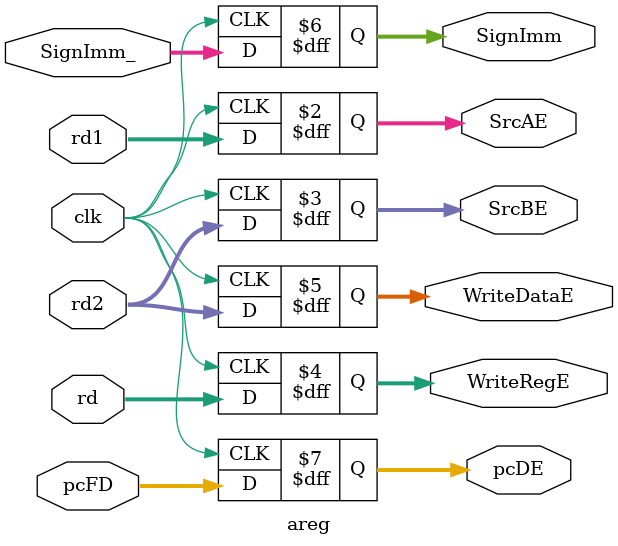
<source format=v>
module areg(input clk, 
            input [31:0] pcFD,
            input [31:0] rd1, rd2,
            input [4:0] rd,
            input [31:0] SignImm_,
            output reg [31:0] SrcAE, SrcBE,
            output reg [4:0] WriteRegE,
            output reg [31:0] WriteDataE,
            output reg [31:0] SignImm,
            output reg [31:0] pcDE);

always @ (posedge clk)
begin
    SrcAE <= rd1;
    SrcBE <= rd2;
    WriteRegE <= rd;
    WriteDataE <= rd2;
    SignImm <= SignImm_;
    pcDE <= pcFD;
end

endmodule

</source>
